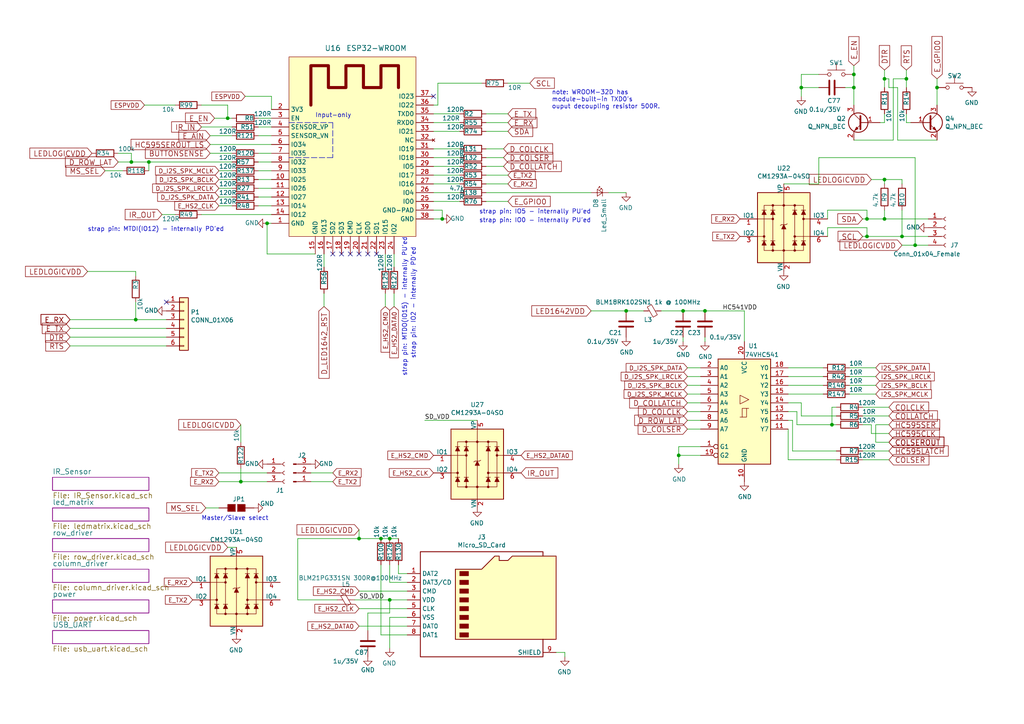
<source format=kicad_sch>
(kicad_sch (version 20200608) (host eeschema "5.99.0-unknown-60915fb~88~ubuntu18.04.1")
  (page 1 10)
  (paper "A4")
  (junction (at 38.1 46.99))
  (junction (at 39.37 92.71))
  (junction (at 43.18 46.99))
  (junction (at 66.04 34.29))
  (junction (at 69.85 139.7))
  (junction (at 77.47 64.77))
  (junction (at 104.14 156.21))
  (junction (at 110.49 156.21))
  (junction (at 113.03 156.21))
  (junction (at 113.03 173.99))
  (junction (at 128.27 63.5))
  (junction (at 181.61 90.17))
  (junction (at 196.85 132.08))
  (junction (at 198.12 90.17))
  (junction (at 204.47 90.17))
  (junction (at 232.41 25.4))
  (junction (at 241.3 123.19))
  (junction (at 247.65 21.59))
  (junction (at 247.65 25.4))
  (junction (at 251.46 63.5))
  (junction (at 251.46 68.58))
  (junction (at 256.54 22.86))
  (junction (at 256.54 52.07))
  (junction (at 256.54 63.5))
  (junction (at 261.62 68.58))
  (junction (at 262.89 22.86))
  (junction (at 265.43 71.12))
  (junction (at 271.78 25.4))
  (no_connect (at 109.22 73.66))
  (no_connect (at 104.14 73.66))
  (no_connect (at 101.6 73.66))
  (no_connect (at 99.06 73.66))
  (no_connect (at 106.68 73.66))
  (no_connect (at 96.52 73.66))
  (no_connect (at 125.73 27.94))
  (no_connect (at 48.26 87.63))
  (wire (pts (xy 20.32 92.71) (xy 39.37 92.71)))
  (wire (pts (xy 20.32 95.25) (xy 48.26 95.25)))
  (wire (pts (xy 20.32 97.79) (xy 48.26 97.79)))
  (wire (pts (xy 20.32 100.33) (xy 48.26 100.33)))
  (wire (pts (xy 25.4 78.74) (xy 39.37 78.74)))
  (wire (pts (xy 34.29 44.45) (xy 38.1 44.45)))
  (wire (pts (xy 34.29 46.99) (xy 38.1 46.99)))
  (wire (pts (xy 35.56 49.53) (xy 30.48 49.53)))
  (wire (pts (xy 38.1 44.45) (xy 38.1 46.99)))
  (wire (pts (xy 38.1 46.99) (xy 43.18 46.99)))
  (wire (pts (xy 39.37 80.01) (xy 39.37 78.74)))
  (wire (pts (xy 39.37 92.71) (xy 39.37 87.63)))
  (wire (pts (xy 39.37 92.71) (xy 48.26 92.71)))
  (wire (pts (xy 41.91 30.48) (xy 50.8 30.48)))
  (wire (pts (xy 43.18 46.99) (xy 67.31 46.99)))
  (wire (pts (xy 43.18 49.53) (xy 43.18 46.99)))
  (wire (pts (xy 50.8 62.23) (xy 46.99 62.23)))
  (wire (pts (xy 58.42 30.48) (xy 66.04 30.48)))
  (wire (pts (xy 58.42 36.83) (xy 67.31 36.83)))
  (wire (pts (xy 58.42 62.23) (xy 78.74 62.23)))
  (wire (pts (xy 59.69 147.32) (xy 63.5 147.32)))
  (wire (pts (xy 60.96 41.91) (xy 78.74 41.91)))
  (wire (pts (xy 66.04 30.48) (xy 66.04 34.29)))
  (wire (pts (xy 66.04 34.29) (xy 62.23 34.29)))
  (wire (pts (xy 66.04 158.75) (xy 68.58 158.75)))
  (wire (pts (xy 67.31 34.29) (xy 66.04 34.29)))
  (wire (pts (xy 67.31 39.37) (xy 60.96 39.37)))
  (wire (pts (xy 67.31 44.45) (xy 60.96 44.45)))
  (wire (pts (xy 67.31 49.53) (xy 63.5 49.53)))
  (wire (pts (xy 67.31 52.07) (xy 63.5 52.07)))
  (wire (pts (xy 67.31 54.61) (xy 63.5 54.61)))
  (wire (pts (xy 67.31 57.15) (xy 63.5 57.15)))
  (wire (pts (xy 67.31 59.69) (xy 63.5 59.69)))
  (wire (pts (xy 69.85 123.19) (xy 69.85 128.27)))
  (wire (pts (xy 69.85 135.89) (xy 69.85 139.7)))
  (wire (pts (xy 69.85 139.7) (xy 63.5 139.7)))
  (wire (pts (xy 69.85 139.7) (xy 77.47 139.7)))
  (wire (pts (xy 71.12 27.94) (xy 78.74 27.94)))
  (wire (pts (xy 74.93 34.29) (xy 78.74 34.29)))
  (wire (pts (xy 74.93 36.83) (xy 78.74 36.83)))
  (wire (pts (xy 74.93 39.37) (xy 78.74 39.37)))
  (wire (pts (xy 74.93 44.45) (xy 78.74 44.45)))
  (wire (pts (xy 74.93 46.99) (xy 78.74 46.99)))
  (wire (pts (xy 74.93 49.53) (xy 78.74 49.53)))
  (wire (pts (xy 74.93 52.07) (xy 78.74 52.07)))
  (wire (pts (xy 74.93 57.15) (xy 78.74 57.15)))
  (wire (pts (xy 74.93 59.69) (xy 78.74 59.69)))
  (wire (pts (xy 77.47 64.77) (xy 77.47 73.66)))
  (wire (pts (xy 77.47 73.66) (xy 91.44 73.66)))
  (wire (pts (xy 77.47 137.16) (xy 63.5 137.16)))
  (wire (pts (xy 78.74 27.94) (xy 78.74 31.75)))
  (wire (pts (xy 78.74 54.61) (xy 74.93 54.61)))
  (wire (pts (xy 78.74 64.77) (xy 77.47 64.77)))
  (wire (pts (xy 86.36 156.21) (xy 86.36 173.99)))
  (wire (pts (xy 86.36 173.99) (xy 97.79 173.99)))
  (wire (pts (xy 93.98 77.47) (xy 93.98 73.66)))
  (wire (pts (xy 93.98 85.09) (xy 93.98 88.9)))
  (wire (pts (xy 96.52 137.16) (xy 90.17 137.16)))
  (wire (pts (xy 96.52 139.7) (xy 90.17 139.7)))
  (wire (pts (xy 102.87 173.99) (xy 113.03 173.99)))
  (wire (pts (xy 104.14 153.67) (xy 104.14 156.21)))
  (wire (pts (xy 104.14 156.21) (xy 86.36 156.21)))
  (wire (pts (xy 104.14 156.21) (xy 110.49 156.21)))
  (wire (pts (xy 104.14 171.45) (xy 118.11 171.45)))
  (wire (pts (xy 104.14 176.53) (xy 118.11 176.53)))
  (wire (pts (xy 104.14 181.61) (xy 118.11 181.61)))
  (wire (pts (xy 106.68 177.8) (xy 113.03 177.8)))
  (wire (pts (xy 106.68 182.88) (xy 106.68 177.8)))
  (wire (pts (xy 110.49 156.21) (xy 113.03 156.21)))
  (wire (pts (xy 110.49 184.15) (xy 110.49 163.83)))
  (wire (pts (xy 111.76 77.47) (xy 111.76 73.66)))
  (wire (pts (xy 111.76 85.09) (xy 111.76 88.9)))
  (wire (pts (xy 113.03 156.21) (xy 115.57 156.21)))
  (wire (pts (xy 113.03 168.91) (xy 113.03 163.83)))
  (wire (pts (xy 113.03 173.99) (xy 118.11 173.99)))
  (wire (pts (xy 113.03 177.8) (xy 113.03 173.99)))
  (wire (pts (xy 113.03 179.07) (xy 118.11 179.07)))
  (wire (pts (xy 113.03 187.96) (xy 113.03 179.07)))
  (wire (pts (xy 114.3 73.66) (xy 114.3 77.47)))
  (wire (pts (xy 114.3 85.09) (xy 114.3 88.9)))
  (wire (pts (xy 115.57 166.37) (xy 115.57 163.83)))
  (wire (pts (xy 115.57 166.37) (xy 118.11 166.37)))
  (wire (pts (xy 118.11 168.91) (xy 113.03 168.91)))
  (wire (pts (xy 118.11 184.15) (xy 110.49 184.15)))
  (wire (pts (xy 123.19 121.92) (xy 138.43 121.92)))
  (wire (pts (xy 125.73 30.48) (xy 127 30.48)))
  (wire (pts (xy 125.73 33.02) (xy 133.35 33.02)))
  (wire (pts (xy 125.73 43.18) (xy 133.35 43.18)))
  (wire (pts (xy 125.73 45.72) (xy 133.35 45.72)))
  (wire (pts (xy 125.73 48.26) (xy 133.35 48.26)))
  (wire (pts (xy 125.73 53.34) (xy 133.35 53.34)))
  (wire (pts (xy 125.73 58.42) (xy 133.35 58.42)))
  (wire (pts (xy 125.73 60.96) (xy 128.27 60.96)))
  (wire (pts (xy 127 24.13) (xy 139.7 24.13)))
  (wire (pts (xy 127 30.48) (xy 127 24.13)))
  (wire (pts (xy 128.27 60.96) (xy 128.27 63.5)))
  (wire (pts (xy 128.27 63.5) (xy 125.73 63.5)))
  (wire (pts (xy 133.35 35.56) (xy 125.73 35.56)))
  (wire (pts (xy 133.35 38.1) (xy 125.73 38.1)))
  (wire (pts (xy 133.35 50.8) (xy 125.73 50.8)))
  (wire (pts (xy 133.35 55.88) (xy 125.73 55.88)))
  (wire (pts (xy 140.97 33.02) (xy 147.32 33.02)))
  (wire (pts (xy 140.97 35.56) (xy 147.32 35.56)))
  (wire (pts (xy 140.97 38.1) (xy 147.32 38.1)))
  (wire (pts (xy 140.97 45.72) (xy 146.05 45.72)))
  (wire (pts (xy 140.97 53.34) (xy 147.32 53.34)))
  (wire (pts (xy 140.97 55.88) (xy 171.45 55.88)))
  (wire (pts (xy 140.97 58.42) (xy 147.32 58.42)))
  (wire (pts (xy 146.05 43.18) (xy 140.97 43.18)))
  (wire (pts (xy 146.05 48.26) (xy 140.97 48.26)))
  (wire (pts (xy 147.32 50.8) (xy 140.97 50.8)))
  (wire (pts (xy 153.67 24.13) (xy 147.32 24.13)))
  (wire (pts (xy 163.83 189.23) (xy 161.29 189.23)))
  (wire (pts (xy 163.83 190.5) (xy 163.83 189.23)))
  (wire (pts (xy 171.45 90.17) (xy 181.61 90.17)))
  (wire (pts (xy 176.53 55.88) (xy 181.61 55.88)))
  (wire (pts (xy 181.61 90.17) (xy 186.69 90.17)))
  (wire (pts (xy 191.77 90.17) (xy 198.12 90.17)))
  (wire (pts (xy 196.85 129.54) (xy 196.85 132.08)))
  (wire (pts (xy 196.85 129.54) (xy 203.2 129.54)))
  (wire (pts (xy 196.85 132.08) (xy 196.85 134.62)))
  (wire (pts (xy 196.85 132.08) (xy 203.2 132.08)))
  (wire (pts (xy 198.12 90.17) (xy 204.47 90.17)))
  (wire (pts (xy 198.12 99.06) (xy 198.12 97.79)))
  (wire (pts (xy 199.39 106.68) (xy 203.2 106.68)))
  (wire (pts (xy 199.39 109.22) (xy 203.2 109.22)))
  (wire (pts (xy 199.39 111.76) (xy 203.2 111.76)))
  (wire (pts (xy 199.39 114.3) (xy 203.2 114.3)))
  (wire (pts (xy 199.39 119.38) (xy 203.2 119.38)))
  (wire (pts (xy 199.39 121.92) (xy 203.2 121.92)))
  (wire (pts (xy 199.39 124.46) (xy 203.2 124.46)))
  (wire (pts (xy 203.2 116.84) (xy 199.39 116.84)))
  (wire (pts (xy 204.47 90.17) (xy 215.9 90.17)))
  (wire (pts (xy 204.47 97.79) (xy 204.47 99.06)))
  (wire (pts (xy 215.9 99.06) (xy 215.9 90.17)))
  (wire (pts (xy 228.6 106.68) (xy 238.76 106.68)))
  (wire (pts (xy 228.6 109.22) (xy 238.76 109.22)))
  (wire (pts (xy 228.6 111.76) (xy 238.76 111.76)))
  (wire (pts (xy 228.6 114.3) (xy 238.76 114.3)))
  (wire (pts (xy 228.6 116.84) (xy 232.41 116.84)))
  (wire (pts (xy 228.6 121.92) (xy 229.87 121.92)))
  (wire (pts (xy 228.6 133.35) (xy 228.6 124.46)))
  (wire (pts (xy 228.6 133.35) (xy 242.57 133.35)))
  (wire (pts (xy 229.87 121.92) (xy 229.87 130.81)))
  (wire (pts (xy 229.87 130.81) (xy 242.57 130.81)))
  (wire (pts (xy 231.14 119.38) (xy 228.6 119.38)))
  (wire (pts (xy 231.14 123.19) (xy 231.14 119.38)))
  (wire (pts (xy 231.14 123.19) (xy 241.3 123.19)))
  (wire (pts (xy 232.41 21.59) (xy 232.41 25.4)))
  (wire (pts (xy 232.41 25.4) (xy 232.41 27.94)))
  (wire (pts (xy 232.41 116.84) (xy 232.41 120.65)))
  (wire (pts (xy 232.41 120.65) (xy 242.57 120.65)))
  (wire (pts (xy 237.49 21.59) (xy 232.41 21.59)))
  (wire (pts (xy 237.49 25.4) (xy 232.41 25.4)))
  (wire (pts (xy 237.49 45.72) (xy 237.49 53.34)))
  (wire (pts (xy 237.49 53.34) (xy 227.33 53.34)))
  (wire (pts (xy 240.03 60.96) (xy 240.03 63.5)))
  (wire (pts (xy 240.03 66.04) (xy 251.46 66.04)))
  (wire (pts (xy 240.03 68.58) (xy 240.03 66.04)))
  (wire (pts (xy 241.3 118.11) (xy 242.57 118.11)))
  (wire (pts (xy 241.3 123.19) (xy 241.3 118.11)))
  (wire (pts (xy 242.57 123.19) (xy 241.3 123.19)))
  (wire (pts (xy 245.11 25.4) (xy 247.65 25.4)))
  (wire (pts (xy 246.38 109.22) (xy 254 109.22)))
  (wire (pts (xy 246.38 114.3) (xy 254 114.3)))
  (wire (pts (xy 247.65 19.05) (xy 247.65 21.59)))
  (wire (pts (xy 247.65 21.59) (xy 247.65 25.4)))
  (wire (pts (xy 247.65 25.4) (xy 247.65 30.48)))
  (wire (pts (xy 247.65 40.64) (xy 259.08 40.64)))
  (wire (pts (xy 250.19 63.5) (xy 251.46 63.5)))
  (wire (pts (xy 250.19 118.11) (xy 257.81 118.11)))
  (wire (pts (xy 250.19 120.65) (xy 257.81 120.65)))
  (wire (pts (xy 250.19 123.19) (xy 252.73 123.19)))
  (wire (pts (xy 250.19 130.81) (xy 257.81 130.81)))
  (wire (pts (xy 250.19 133.35) (xy 257.81 133.35)))
  (wire (pts (xy 251.46 60.96) (xy 240.03 60.96)))
  (wire (pts (xy 251.46 63.5) (xy 251.46 60.96)))
  (wire (pts (xy 251.46 63.5) (xy 256.54 63.5)))
  (wire (pts (xy 251.46 66.04) (xy 251.46 68.58)))
  (wire (pts (xy 251.46 68.58) (xy 250.19 68.58)))
  (wire (pts (xy 252.73 52.07) (xy 256.54 52.07)))
  (wire (pts (xy 252.73 123.19) (xy 252.73 125.73)))
  (wire (pts (xy 252.73 125.73) (xy 257.81 125.73)))
  (wire (pts (xy 254 106.68) (xy 246.38 106.68)))
  (wire (pts (xy 254 111.76) (xy 246.38 111.76)))
  (wire (pts (xy 254 123.19) (xy 254 128.27)))
  (wire (pts (xy 254 123.19) (xy 257.81 123.19)))
  (wire (pts (xy 254 128.27) (xy 257.81 128.27)))
  (wire (pts (xy 256.54 20.32) (xy 256.54 22.86)))
  (wire (pts (xy 256.54 22.86) (xy 256.54 25.4)))
  (wire (pts (xy 256.54 22.86) (xy 257.81 22.86)))
  (wire (pts (xy 256.54 33.02) (xy 256.54 35.56)))
  (wire (pts (xy 256.54 35.56) (xy 255.27 35.56)))
  (wire (pts (xy 256.54 52.07) (xy 256.54 53.34)))
  (wire (pts (xy 256.54 52.07) (xy 261.62 52.07)))
  (wire (pts (xy 256.54 60.96) (xy 256.54 63.5)))
  (wire (pts (xy 257.81 22.86) (xy 257.81 25.4)))
  (wire (pts (xy 257.81 25.4) (xy 260.35 25.4)))
  (wire (pts (xy 259.08 22.86) (xy 262.89 22.86)))
  (wire (pts (xy 259.08 40.64) (xy 259.08 22.86)))
  (wire (pts (xy 260.35 25.4) (xy 260.35 40.64)))
  (wire (pts (xy 260.35 40.64) (xy 271.78 40.64)))
  (wire (pts (xy 261.62 52.07) (xy 261.62 53.34)))
  (wire (pts (xy 261.62 60.96) (xy 261.62 68.58)))
  (wire (pts (xy 261.62 68.58) (xy 251.46 68.58)))
  (wire (pts (xy 262.89 20.32) (xy 262.89 22.86)))
  (wire (pts (xy 262.89 22.86) (xy 262.89 25.4)))
  (wire (pts (xy 262.89 33.02) (xy 262.89 35.56)))
  (wire (pts (xy 262.89 35.56) (xy 264.16 35.56)))
  (wire (pts (xy 265.43 45.72) (xy 237.49 45.72)))
  (wire (pts (xy 265.43 71.12) (xy 261.62 71.12)))
  (wire (pts (xy 265.43 71.12) (xy 265.43 45.72)))
  (wire (pts (xy 269.24 63.5) (xy 256.54 63.5)))
  (wire (pts (xy 269.24 68.58) (xy 261.62 68.58)))
  (wire (pts (xy 269.24 71.12) (xy 265.43 71.12)))
  (wire (pts (xy 271.78 22.86) (xy 271.78 25.4)))
  (wire (pts (xy 271.78 25.4) (xy 271.78 30.48)))
  (polyline (pts (xy 83.82 35.56) (xy 96.52 35.56)) (stroke (width 0) (type dash)))
  (polyline (pts (xy 96.52 35.56) (xy 96.52 45.72)) (stroke (width 0) (type dash)))
  (polyline (pts (xy 96.52 45.72) (xy 83.82 45.72)) (stroke (width 0) (type dash)))
  (text "strap pin: MTDI(IO12) - internally PD'ed" (at 25.4 67.31 0) (effects (font (size 1.27 1.27)) (justify left bottom)))
  (text "Master/Slave select" (at 58.42 151.13 0) (effects (font (size 1.27 1.27)) (justify left bottom)))
  (text "Input-only" (at 91.44 34.29 0) (effects (font (size 1.27 1.27)) (justify left bottom)))
  (text "strap pin: MTDO(IO15) - internally PU'ed" (at 118.11 109.22 90) (effects (font (size 1.27 1.27)) (justify left bottom)))
  (text "strap pin: IO2 - internally PD'ed" (at 120.65 104.14 90) (effects (font (size 1.27 1.27)) (justify left bottom)))
  (text "note: WROOM-32D has \nmodule-built-in TXD0's \nouput decoupling resistor 500R." (at 160.02 31.75 0) (effects (font (size 1.27 1.27)) (justify left bottom)))
  (text "strap pin: IO5 - internally PU'ed" (at 171.45 62.23 180) (effects (font (size 1.27 1.27)) (justify right bottom)))
  (text "strap pin: IO0 - internally PU'ed" (at 171.45 64.77 180) (effects (font (size 1.27 1.27)) (justify right bottom)))
  (label "SD_VDD" (at 104.14 173.99 0))
  (label "SD_VDD" (at 123.19 121.92 0))
  (label "HC541VDD" (at 209.55 90.17 0))
  (global_label "E_RX" (shape input) (at 20.32 92.71 180) (effects (font (size 1.524 1.524))))
  (global_label "E_RX" (shape input) (at 20.32 92.71 180) (effects (font (size 1.524 1.524))))
  (global_label "E_TX" (shape input) (at 20.32 95.25 180) (effects (font (size 1.524 1.524))))
  (global_label "DTR" (shape input) (at 20.32 97.79 180) (effects (font (size 1.524 1.524))))
  (global_label "RTS" (shape input) (at 20.32 100.33 180) (effects (font (size 1.524 1.524))))
  (global_label "LEDLOGICVDD" (shape input) (at 25.4 78.74 180) (effects (font (size 1.524 1.524))))
  (global_label "LEDLOGICVDD" (shape input) (at 26.67 44.45 180) (effects (font (size 1.524 1.524))))
  (global_label "MS_SEL" (shape input) (at 30.48 49.53 180) (effects (font (size 1.524 1.524))))
  (global_label "D_ROW_LAT" (shape input) (at 34.29 46.99 180) (effects (font (size 1.524 1.524))))
  (global_label "ESPVDD" (shape input) (at 41.91 30.48 180))
  (global_label "IR_OUT" (shape input) (at 46.99 62.23 180) (effects (font (size 1.524 1.524))))
  (global_label "E_RX2" (shape input) (at 55.88 168.91 180))
  (global_label "E_TX2" (shape input) (at 55.88 173.99 180))
  (global_label "IR_IN" (shape input) (at 58.42 36.83 180) (effects (font (size 1.524 1.524))))
  (global_label "MS_SEL" (shape input) (at 59.69 147.32 180) (effects (font (size 1.524 1.524))))
  (global_label "E_AIN" (shape input) (at 60.96 39.37 180) (effects (font (size 1.524 1.524))))
  (global_label "HC595SEROUT_LS" (shape input) (at 60.96 41.91 180) (effects (font (size 1.524 1.524))))
  (global_label "BUTTONSENSE" (shape input) (at 60.96 44.45 180) (effects (font (size 1.524 1.524))))
  (global_label "E_EN" (shape input) (at 62.23 34.29 180) (effects (font (size 1.524 1.524))))
  (global_label "D_I2S_SPK_MCLK" (shape input) (at 63.5 49.53 180))
  (global_label "D_I2S_SPK_BCLK" (shape input) (at 63.5 52.07 180))
  (global_label "D_I2S_SPK_LRCLK" (shape input) (at 63.5 54.61 180))
  (global_label "D_I2S_SPK_DATA" (shape input) (at 63.5 57.15 180))
  (global_label "E_HS2_CLK" (shape input) (at 63.5 59.69 180))
  (global_label "E_TX2" (shape input) (at 63.5 137.16 180))
  (global_label "E_RX2" (shape input) (at 63.5 139.7 180))
  (global_label "LEDLOGICVDD" (shape input) (at 66.04 158.75 180) (effects (font (size 1.524 1.524))))
  (global_label "LEDLOGICVDD" (shape input) (at 69.85 123.19 180) (effects (font (size 1.524 1.524))))
  (global_label "ESPVDD" (shape input) (at 71.12 27.94 180))
  (global_label "D_LED1642_RST" (shape input) (at 93.98 88.9 270) (effects (font (size 1.524 1.524))))
  (global_label "E_RX2" (shape input) (at 96.52 137.16 0))
  (global_label "E_TX2" (shape input) (at 96.52 139.7 0))
  (global_label "LEDLOGICVDD" (shape input) (at 104.14 153.67 180) (effects (font (size 1.524 1.524))))
  (global_label "E_HS2_CMD" (shape input) (at 104.14 171.45 180))
  (global_label "E_HS2_CLK" (shape input) (at 104.14 176.53 180))
  (global_label "E_HS2_DATA0" (shape input) (at 104.14 181.61 180))
  (global_label "E_HS2_CMD" (shape input) (at 111.76 88.9 270))
  (global_label "E_HS2_DATA0" (shape input) (at 114.3 88.9 270))
  (global_label "E_HS2_CMD" (shape input) (at 125.73 132.08 180))
  (global_label "E_HS2_CLK" (shape input) (at 125.73 137.16 180))
  (global_label "D_COLCLK" (shape input) (at 146.05 43.18 0) (effects (font (size 1.524 1.524))))
  (global_label "D_COLSER" (shape input) (at 146.05 45.72 0) (effects (font (size 1.524 1.524))))
  (global_label "D_COLLATCH" (shape input) (at 146.05 48.26 0) (effects (font (size 1.524 1.524))))
  (global_label "E_TX" (shape input) (at 147.32 33.02 0) (effects (font (size 1.524 1.524))))
  (global_label "E_RX" (shape input) (at 147.32 35.56 0) (effects (font (size 1.524 1.524))))
  (global_label "SDA" (shape input) (at 147.32 38.1 0) (effects (font (size 1.524 1.524))))
  (global_label "E_TX2" (shape input) (at 147.32 50.8 0))
  (global_label "E_RX2" (shape input) (at 147.32 53.34 0))
  (global_label "E_GPIO0" (shape input) (at 147.32 58.42 0) (effects (font (size 1.524 1.524))))
  (global_label "E_HS2_DATA0" (shape input) (at 151.13 132.08 0))
  (global_label "IR_OUT" (shape input) (at 151.13 137.16 0) (effects (font (size 1.524 1.524))))
  (global_label "SCL" (shape input) (at 153.67 24.13 0) (effects (font (size 1.524 1.524))))
  (global_label "LED1642VDD" (shape input) (at 171.45 90.17 180) (effects (font (size 1.524 1.524))))
  (global_label "D_I2S_SPK_DATA" (shape input) (at 199.39 106.68 180))
  (global_label "D_I2S_SPK_LRCLK" (shape input) (at 199.39 109.22 180))
  (global_label "D_I2S_SPK_BCLK" (shape input) (at 199.39 111.76 180))
  (global_label "D_I2S_SPK_MCLK" (shape input) (at 199.39 114.3 180))
  (global_label "D_COLLATCH" (shape input) (at 199.39 116.84 180) (effects (font (size 1.524 1.524))))
  (global_label "D_COLCLK" (shape input) (at 199.39 119.38 180) (effects (font (size 1.524 1.524))))
  (global_label "D_ROW_LAT" (shape input) (at 199.39 121.92 180) (effects (font (size 1.524 1.524))))
  (global_label "D_COLSER" (shape input) (at 199.39 124.46 180) (effects (font (size 1.524 1.524))))
  (global_label "E_RX2" (shape input) (at 214.63 63.5 180))
  (global_label "E_TX2" (shape input) (at 214.63 68.58 180))
  (global_label "E_EN" (shape input) (at 247.65 19.05 90) (effects (font (size 1.524 1.524))))
  (global_label "SDA" (shape input) (at 250.19 63.5 180) (effects (font (size 1.524 1.524))))
  (global_label "SCL" (shape input) (at 250.19 68.58 180) (effects (font (size 1.524 1.524))))
  (global_label "LEDLOGICVDD" (shape input) (at 252.73 52.07 180) (effects (font (size 1.524 1.524))))
  (global_label "I2S_SPK_DATA" (shape input) (at 254 106.68 0))
  (global_label "I2S_SPK_LRCLK" (shape input) (at 254 109.22 0))
  (global_label "I2S_SPK_BCLK" (shape input) (at 254 111.76 0))
  (global_label "I2S_SPK_MCLK" (shape input) (at 254 114.3 0))
  (global_label "DTR" (shape input) (at 256.54 20.32 90) (effects (font (size 1.524 1.524))))
  (global_label "COLCLK" (shape input) (at 257.81 118.11 0) (effects (font (size 1.524 1.524))))
  (global_label "COLLATCH" (shape input) (at 257.81 120.65 0) (effects (font (size 1.524 1.524))))
  (global_label "HC595SER" (shape input) (at 257.81 123.19 0) (effects (font (size 1.524 1.524))))
  (global_label "HC595CLK" (shape input) (at 257.81 125.73 0) (effects (font (size 1.524 1.524))))
  (global_label "COLSEROUT" (shape input) (at 257.81 128.27 0) (effects (font (size 1.524 1.524))))
  (global_label "COLSEROUT" (shape input) (at 257.81 128.27 0) (effects (font (size 1.524 1.524))))
  (global_label "HC595LATCH" (shape input) (at 257.81 130.81 0) (effects (font (size 1.524 1.524))))
  (global_label "COLSER" (shape input) (at 257.81 133.35 0) (effects (font (size 1.524 1.524))))
  (global_label "LEDLOGICVDD" (shape input) (at 261.62 71.12 180) (effects (font (size 1.524 1.524))))
  (global_label "RTS" (shape input) (at 262.89 20.32 90) (effects (font (size 1.524 1.524))))
  (global_label "E_GPIO0" (shape input) (at 271.78 22.86 90) (effects (font (size 1.524 1.524))))
  (symbol (lib_id "dotmatrix_64x48-rescue:GND-power") (at 48.26 90.17 270) (mirror x) (unit 1)
    (property "Reference" "#PWR0128" (effects hide))
    (property "Value" "GND" (at 43.8658 90.043 90))
  )
  (symbol (lib_id "dotmatrix_64x48-rescue:GND-power") (at 68.58 184.15 0) (mirror y)
    (property "Reference" "#PWR0130" (effects hide))
    (property "Value" "GND" (at 68.453 188.5442 0))
  )
  (symbol (lib_id "dotmatrix_64x48-rescue:GND-power") (at 73.66 147.32 90) (mirror x) (unit 1)
    (property "Reference" "#PWR0116" (effects hide))
    (property "Value" "GND" (at 77.47 146.05 90))
  )
  (symbol (lib_id "dotmatrix_64x48-rescue:GND-power") (at 77.47 64.77 270) (mirror x) (unit 1)
    (property "Reference" "#PWR01" (effects hide))
    (property "Value" "GND" (at 73.0758 64.643 90))
  )
  (symbol (lib_id "dotmatrix_64x48-rescue:GND-power") (at 77.47 134.62 270) (mirror x) (unit 1)
    (property "Reference" "#PWR0118" (effects hide))
    (property "Value" "GND" (at 73.0758 134.493 90))
  )
  (symbol (lib_id "dotmatrix_64x48-rescue:GND-power") (at 90.17 134.62 90) (unit 1)
    (property "Reference" "#PWR0119" (effects hide))
    (property "Value" "GND" (at 94.5642 134.493 90))
  )
  (symbol (lib_id "dotmatrix_64x48-rescue:GND-power") (at 106.68 190.5 0) (mirror y)
    (property "Reference" "#PWR0127" (effects hide))
    (property "Value" "GND" (at 106.68 194.31 0))
  )
  (symbol (lib_id "dotmatrix_64x48-rescue:GND-power") (at 113.03 187.96 0) (mirror y)
    (property "Reference" "#PWR0121" (effects hide))
    (property "Value" "GND" (at 112.903 192.3542 0))
  )
  (symbol (lib_id "dotmatrix_64x48-rescue:GND-power") (at 128.27 63.5 90) (unit 1)
    (property "Reference" "#PWR04" (effects hide))
    (property "Value" "GND" (at 132.6642 63.373 90))
  )
  (symbol (lib_id "dotmatrix_64x48-rescue:GND-power") (at 138.43 147.32 0) (mirror y)
    (property "Reference" "#PWR0129" (effects hide))
    (property "Value" "GND" (at 138.303 151.7142 0))
  )
  (symbol (lib_id "dotmatrix_64x48-rescue:GND-power") (at 163.83 190.5 0) (mirror y)
    (property "Reference" "#PWR0125" (effects hide))
    (property "Value" "GND" (at 163.703 194.8942 0))
  )
  (symbol (lib_id "dotmatrix_64x48-rescue:GND-power") (at 181.61 55.88 0) (mirror y)
    (property "Reference" "#PWR0153" (effects hide))
    (property "Value" "GND" (at 181.483 60.2742 0))
  )
  (symbol (lib_id "dotmatrix_64x48-rescue:GND-power") (at 181.61 97.79 0)
    (property "Reference" "#PWR0124" (effects hide))
    (property "Value" "GND" (at 181.737 102.1842 0))
  )
  (symbol (lib_id "dotmatrix_64x48-rescue:GND-power") (at 196.85 134.62 0)
    (property "Reference" "#PWR0120" (effects hide))
    (property "Value" "GND" (at 196.977 139.0142 0))
  )
  (symbol (lib_id "dotmatrix_64x48-rescue:GND-power") (at 198.12 99.06 0) (mirror y)
    (property "Reference" "#PWR0122" (effects hide))
    (property "Value" "GND" (at 198.12 102.87 0))
  )
  (symbol (lib_id "dotmatrix_64x48-rescue:GND-power") (at 204.47 99.06 0)
    (property "Reference" "#PWR0123" (effects hide))
    (property "Value" "GND" (at 204.597 103.4542 0))
  )
  (symbol (lib_id "dotmatrix_64x48-rescue:GND-power") (at 215.9 139.7 0)
    (property "Reference" "#PWR0117" (effects hide))
    (property "Value" "GND" (at 216.027 144.0942 0))
  )
  (symbol (lib_id "dotmatrix_64x48-rescue:GND-power") (at 227.33 78.74 0) (mirror y)
    (property "Reference" "#PWR0131" (effects hide))
    (property "Value" "GND" (at 227.203 83.1342 0))
  )
  (symbol (lib_id "dotmatrix_64x48-rescue:GND-power") (at 232.41 27.94 0) (mirror y)
    (property "Reference" "#PWR0142" (effects hide))
    (property "Value" "GND" (at 232.283 32.3342 0))
  )
  (symbol (lib_id "dotmatrix_64x48-rescue:GND-power") (at 269.24 66.04 270) (mirror x) (unit 1)
    (property "Reference" "#PWR024" (effects hide))
    (property "Value" "GND" (at 264.8458 65.913 90))
  )
  (symbol (lib_id "dotmatrix_64x48-rescue:GND-power") (at 281.94 25.4 0) (mirror y)
    (property "Reference" "#PWR0141" (effects hide))
    (property "Value" "GND" (at 281.813 29.7942 0))
  )
  (symbol (lib_id "dotmatrix_64x48-rescue:LED_Small-device") (at 173.99 55.88 0) (mirror y)
    (property "Reference" "D8" (at 172.8216 57.6072 90) (effects (justify right)))
    (property "Value" "Led_Small" (at 175.133 57.6072 90) (effects (justify right)))
    (property "Footprint" "components:LED1608_Handsoldering" (effects hide))
  )
  (symbol (lib_id "dotmatrix_64x48-rescue:R-device") (at 30.48 44.45 270) (mirror x)
    (property "Reference" "R34" (at 27.94 44.45 90) (effects (justify left)))
    (property "Value" "100k" (at 34.29 43.18 90) (effects (justify left)))
    (property "Footprint" "Resistor_SMD:R_0603_1608Metric_Pad1.05x0.95mm_HandSolder" (effects hide))
  )
  (symbol (lib_id "dotmatrix_64x48-rescue:R-device") (at 39.37 49.53 270)
    (property "Reference" "R118" (at 36.83 49.53 90) (effects (justify left)))
    (property "Value" "10k" (at 31.75 50.8 90) (effects (justify left)))
    (property "Footprint" "Resistor_SMD:R_0603_1608Metric_Pad1.05x0.95mm_HandSolder" (effects hide))
  )
  (symbol (lib_id "dotmatrix_64x48-rescue:R-device") (at 39.37 83.82 180) (unit 1)
    (property "Reference" "R3" (at 39.37 81.28 90) (effects (justify left)))
    (property "Value" "10k" (at 40.64 86.36 90) (effects (justify left)))
    (property "Footprint" "Resistor_SMD:R_0603_1608Metric_Pad1.05x0.95mm_HandSolder" (effects hide))
  )
  (symbol (lib_id "dotmatrix_64x48-rescue:R-device") (at 54.61 30.48 270)
    (property "Reference" "R99" (at 52.07 30.48 90) (effects (justify left)))
    (property "Value" "10k" (at 46.99 31.75 90) (effects (justify left)))
    (property "Footprint" "Resistor_SMD:R_0603_1608Metric_Pad1.05x0.95mm_HandSolder" (effects hide))
  )
  (symbol (lib_id "dotmatrix_64x48-rescue:R-device") (at 54.61 62.23 270)
    (property "Reference" "R49" (at 52.07 62.23 90) (effects (justify left)))
    (property "Value" "120R" (at 46.99 63.5 90) (effects (justify left)))
    (property "Footprint" "Resistor_SMD:R_0603_1608Metric_Pad1.05x0.95mm_HandSolder" (effects hide))
  )
  (symbol (lib_id "dotmatrix_64x48-rescue:R-device") (at 69.85 132.08 180)
    (property "Reference" "R122" (at 69.85 129.54 90) (effects (justify left)))
    (property "Value" "10k" (at 68.58 124.46 90) (effects (justify left)))
    (property "Footprint" "Resistor_SMD:R_0603_1608Metric_Pad1.05x0.95mm_HandSolder" (effects hide))
  )
  (symbol (lib_id "dotmatrix_64x48-rescue:R-device") (at 71.12 34.29 90)
    (property "Reference" "R8" (at 73.66 34.29 90) (effects (justify left)))
    (property "Value" "120R" (at 78.74 33.02 90) (effects (justify left)))
    (property "Footprint" "Resistor_SMD:R_0603_1608Metric_Pad1.05x0.95mm_HandSolder" (effects hide))
  )
  (symbol (lib_id "dotmatrix_64x48-rescue:R-device") (at 71.12 36.83 90)
    (property "Reference" "R51" (at 73.66 36.83 90) (effects (justify left)))
    (property "Value" "120R" (at 78.74 35.56 90) (effects (justify left)))
    (property "Footprint" "Resistor_SMD:R_0603_1608Metric_Pad1.05x0.95mm_HandSolder" (effects hide))
  )
  (symbol (lib_id "dotmatrix_64x48-rescue:R-device") (at 71.12 39.37 90) (mirror x)
    (property "Reference" "R121" (at 73.66 39.37 90) (effects (justify left)))
    (property "Value" "120R" (at 68.58 38.1 90) (effects (justify left)))
    (property "Footprint" "Resistor_SMD:R_0603_1608Metric_Pad1.05x0.95mm_HandSolder" (effects hide))
  )
  (symbol (lib_id "dotmatrix_64x48-rescue:R-device") (at 71.12 44.45 270) (mirror x)
    (property "Reference" "R120" (at 68.58 44.45 90) (effects (justify left)))
    (property "Value" "120R" (at 63.5 43.18 90) (effects (justify left)))
    (property "Footprint" "Resistor_SMD:R_0603_1608Metric_Pad1.05x0.95mm_HandSolder" (effects hide))
  )
  (symbol (lib_id "dotmatrix_64x48-rescue:R-device") (at 71.12 46.99 90) (mirror x)
    (property "Reference" "R57" (at 72.39 46.99 90) (effects (justify left)))
    (property "Value" "120R" (at 68.58 45.72 90) (effects (justify left)))
    (property "Footprint" "Resistor_SMD:R_0603_1608Metric_Pad1.05x0.95mm_HandSolder" (effects hide))
  )
  (symbol (lib_id "dotmatrix_64x48-rescue:R-device") (at 71.12 49.53 270) (mirror x)
    (property "Reference" "R137" (at 68.58 49.53 90) (effects (justify left)))
    (property "Value" "120R" (at 63.5 48.26 90) (effects (justify left)))
    (property "Footprint" "Resistor_SMD:R_0603_1608Metric_Pad1.05x0.95mm_HandSolder" (effects hide))
  )
  (symbol (lib_id "dotmatrix_64x48-rescue:R-device") (at 71.12 52.07 270) (mirror x)
    (property "Reference" "R13" (at 68.58 52.07 90) (effects (justify left)))
    (property "Value" "120R" (at 63.5 50.8 90) (effects (justify left)))
    (property "Footprint" "Resistor_SMD:R_0603_1608Metric_Pad1.05x0.95mm_HandSolder" (effects hide))
  )
  (symbol (lib_id "dotmatrix_64x48-rescue:R-device") (at 71.12 54.61 270) (mirror x)
    (property "Reference" "R27" (at 68.58 54.61 90) (effects (justify left)))
    (property "Value" "120R" (at 63.5 53.34 90) (effects (justify left)))
    (property "Footprint" "Resistor_SMD:R_0603_1608Metric_Pad1.05x0.95mm_HandSolder" (effects hide))
  )
  (symbol (lib_id "dotmatrix_64x48-rescue:R-device") (at 71.12 57.15 270) (mirror x)
    (property "Reference" "R41" (at 68.58 57.15 90) (effects (justify left)))
    (property "Value" "120R" (at 63.5 55.88 90) (effects (justify left)))
    (property "Footprint" "Resistor_SMD:R_0603_1608Metric_Pad1.05x0.95mm_HandSolder" (effects hide))
  )
  (symbol (lib_id "dotmatrix_64x48-rescue:R-device") (at 71.12 59.69 270) (mirror x)
    (property "Reference" "R48" (at 68.58 59.69 90) (effects (justify left)))
    (property "Value" "120R" (at 63.5 58.42 90) (effects (justify left)))
    (property "Footprint" "Resistor_SMD:R_0603_1608Metric_Pad1.05x0.95mm_HandSolder" (effects hide))
  )
  (symbol (lib_id "dotmatrix_64x48-rescue:R-device") (at 93.98 81.28 180)
    (property "Reference" "R56" (at 93.98 78.74 90) (effects (justify left)))
    (property "Value" "120R" (at 92.71 73.66 90) (effects (justify left)))
    (property "Footprint" "Resistor_SMD:R_0603_1608Metric_Pad1.05x0.95mm_HandSolder" (effects hide))
  )
  (symbol (lib_id "dotmatrix_64x48-rescue:R-device") (at 110.49 160.02 180)
    (property "Reference" "R100" (at 110.49 157.48 90) (effects (justify left)))
    (property "Value" "10k" (at 109.22 152.4 90) (effects (justify left)))
    (property "Footprint" "Resistor_SMD:R_0603_1608Metric_Pad1.05x0.95mm_HandSolder" (effects hide))
  )
  (symbol (lib_id "dotmatrix_64x48-rescue:R-device") (at 111.76 81.28 180)
    (property "Reference" "R125" (at 111.76 78.74 90) (effects (justify left)))
    (property "Value" "120R" (at 110.49 73.66 90) (effects (justify left)))
    (property "Footprint" "Resistor_SMD:R_0603_1608Metric_Pad1.05x0.95mm_HandSolder" (effects hide))
  )
  (symbol (lib_id "dotmatrix_64x48-rescue:R-device") (at 113.03 160.02 180)
    (property "Reference" "R126" (at 113.03 157.48 90) (effects (justify left)))
    (property "Value" "10k" (at 111.76 152.4 90) (effects (justify left)))
    (property "Footprint" "Resistor_SMD:R_0603_1608Metric_Pad1.05x0.95mm_HandSolder" (effects hide))
  )
  (symbol (lib_id "dotmatrix_64x48-rescue:R-device") (at 114.3 81.28 180)
    (property "Reference" "R127" (at 114.3 78.74 90) (effects (justify left)))
    (property "Value" "120R" (at 113.03 73.66 90) (effects (justify left)))
    (property "Footprint" "Resistor_SMD:R_0603_1608Metric_Pad1.05x0.95mm_HandSolder" (effects hide))
  )
  (symbol (lib_id "dotmatrix_64x48-rescue:R-device") (at 115.57 160.02 180)
    (property "Reference" "R130" (at 115.57 157.48 90) (effects (justify left)))
    (property "Value" "10k" (at 114.3 152.4 90) (effects (justify left)))
    (property "Footprint" "Resistor_SMD:R_0603_1608Metric_Pad1.05x0.95mm_HandSolder" (effects hide))
  )
  (symbol (lib_id "dotmatrix_64x48-rescue:R-device") (at 137.16 33.02 270) (mirror x)
    (property "Reference" "R2" (at 134.62 33.02 90) (effects (justify left)))
    (property "Value" "120R" (at 129.54 31.75 90) (effects (justify left)))
    (property "Footprint" "Resistor_SMD:R_0603_1608Metric_Pad1.05x0.95mm_HandSolder" (effects hide))
  )
  (symbol (lib_id "dotmatrix_64x48-rescue:R-device") (at 137.16 35.56 270) (mirror x)
    (property "Reference" "R55" (at 134.62 35.56 90) (effects (justify left)))
    (property "Value" "120R" (at 128.27 34.29 90) (effects (justify left)))
    (property "Footprint" "Resistor_SMD:R_0603_1608Metric_Pad1.05x0.95mm_HandSolder" (effects hide))
  )
  (symbol (lib_id "dotmatrix_64x48-rescue:R-device") (at 137.16 38.1 270) (mirror x)
    (property "Reference" "R74" (at 134.62 38.1 90) (effects (justify left)))
    (property "Value" "120R" (at 129.54 36.83 90) (effects (justify left)))
    (property "Footprint" "Resistor_SMD:R_0603_1608Metric_Pad1.05x0.95mm_HandSolder" (effects hide))
  )
  (symbol (lib_id "dotmatrix_64x48-rescue:R-device") (at 137.16 43.18 90)
    (property "Reference" "R131" (at 138.43 43.18 90) (effects (justify left)))
    (property "Value" "120R" (at 134.62 41.91 90) (effects (justify left)))
    (property "Footprint" "Resistor_SMD:R_0603_1608Metric_Pad1.05x0.95mm_HandSolder" (effects hide))
  )
  (symbol (lib_id "dotmatrix_64x48-rescue:R-device") (at 137.16 45.72 90)
    (property "Reference" "R132" (at 138.43 45.72 90) (effects (justify left)))
    (property "Value" "120R" (at 134.62 44.45 90) (effects (justify left)))
    (property "Footprint" "Resistor_SMD:R_0603_1608Metric_Pad1.05x0.95mm_HandSolder" (effects hide))
  )
  (symbol (lib_id "dotmatrix_64x48-rescue:R-device") (at 137.16 48.26 270)
    (property "Reference" "R52" (at 134.62 48.26 90) (effects (justify left)))
    (property "Value" "120R" (at 129.54 46.99 90) (effects (justify left)))
    (property "Footprint" "Resistor_SMD:R_0603_1608Metric_Pad1.05x0.95mm_HandSolder" (effects hide))
  )
  (symbol (lib_id "dotmatrix_64x48-rescue:R-device") (at 137.16 50.8 90)
    (property "Reference" "R53" (at 138.43 50.8 90) (effects (justify left)))
    (property "Value" "120R" (at 134.62 49.53 90) (effects (justify left)))
    (property "Footprint" "Resistor_SMD:R_0603_1608Metric_Pad1.05x0.95mm_HandSolder" (effects hide))
  )
  (symbol (lib_id "dotmatrix_64x48-rescue:R-device") (at 137.16 53.34 90)
    (property "Reference" "R54" (at 138.43 53.34 90) (effects (justify left)))
    (property "Value" "120R" (at 134.62 52.07 90) (effects (justify left)))
    (property "Footprint" "Resistor_SMD:R_0603_1608Metric_Pad1.05x0.95mm_HandSolder" (effects hide))
  )
  (symbol (lib_id "dotmatrix_64x48-rescue:R-device") (at 137.16 55.88 90)
    (property "Reference" "R138" (at 138.43 55.88 90) (effects (justify left)))
    (property "Value" "4.7k" (at 134.62 54.61 90) (effects (justify left)))
    (property "Footprint" "Resistor_SMD:R_0603_1608Metric_Pad1.05x0.95mm_HandSolder" (effects hide))
  )
  (symbol (lib_id "dotmatrix_64x48-rescue:R-device") (at 137.16 58.42 270) (mirror x)
    (property "Reference" "R76" (at 134.62 58.42 90) (effects (justify left)))
    (property "Value" "120R" (at 129.54 57.15 90) (effects (justify left)))
    (property "Footprint" "Resistor_SMD:R_0603_1608Metric_Pad1.05x0.95mm_HandSolder" (effects hide))
  )
  (symbol (lib_id "dotmatrix_64x48-rescue:R-device") (at 143.51 24.13 270) (mirror x)
    (property "Reference" "R75" (at 140.97 24.13 90) (effects (justify left)))
    (property "Value" "10R" (at 147.32 25.4 90) (effects (justify left)))
    (property "Footprint" "Resistor_SMD:R_0603_1608Metric_Pad1.05x0.95mm_HandSolder" (effects hide))
  )
  (symbol (lib_id "dotmatrix_64x48-rescue:R-device") (at 242.57 106.68 90)
    (property "Reference" "R12" (at 245.11 106.68 90) (effects (justify left)))
    (property "Value" "10R" (at 250.19 105.41 90) (effects (justify left)))
    (property "Footprint" "Resistor_SMD:R_0603_1608Metric_Pad1.05x0.95mm_HandSolder" (effects hide))
  )
  (symbol (lib_id "dotmatrix_64x48-rescue:R-device") (at 242.57 109.22 90)
    (property "Reference" "R42" (at 245.11 109.22 90) (effects (justify left)))
    (property "Value" "10R" (at 250.19 107.95 90) (effects (justify left)))
    (property "Footprint" "Resistor_SMD:R_0603_1608Metric_Pad1.05x0.95mm_HandSolder" (effects hide))
  )
  (symbol (lib_id "dotmatrix_64x48-rescue:R-device") (at 242.57 111.76 90)
    (property "Reference" "R146" (at 245.11 111.76 90) (effects (justify left)))
    (property "Value" "10R" (at 250.19 110.49 90) (effects (justify left)))
    (property "Footprint" "Resistor_SMD:R_0603_1608Metric_Pad1.05x0.95mm_HandSolder" (effects hide))
  )
  (symbol (lib_id "dotmatrix_64x48-rescue:R-device") (at 242.57 114.3 90)
    (property "Reference" "R147" (at 245.11 114.3 90) (effects (justify left)))
    (property "Value" "10R" (at 250.19 113.03 90) (effects (justify left)))
    (property "Footprint" "Resistor_SMD:R_0603_1608Metric_Pad1.05x0.95mm_HandSolder" (effects hide))
  )
  (symbol (lib_id "dotmatrix_64x48-rescue:R-device") (at 246.38 118.11 90)
    (property "Reference" "R4" (at 248.92 118.11 90) (effects (justify left)))
    (property "Value" "120R" (at 254 116.84 90) (effects (justify left)))
    (property "Footprint" "Resistor_SMD:R_0603_1608Metric_Pad1.05x0.95mm_HandSolder" (effects hide))
  )
  (symbol (lib_id "dotmatrix_64x48-rescue:R-device") (at 246.38 120.65 90)
    (property "Reference" "R5" (at 248.92 120.65 90) (effects (justify left)))
    (property "Value" "10R" (at 254 119.38 90) (effects (justify left)))
    (property "Footprint" "Resistor_SMD:R_0603_1608Metric_Pad1.05x0.95mm_HandSolder" (effects hide))
  )
  (symbol (lib_id "dotmatrix_64x48-rescue:R-device") (at 246.38 123.19 90)
    (property "Reference" "R6" (at 248.92 123.19 90) (effects (justify left)))
    (property "Value" "120R" (at 254 121.92 90) (effects (justify left)))
    (property "Footprint" "Resistor_SMD:R_0603_1608Metric_Pad1.05x0.95mm_HandSolder" (effects hide))
  )
  (symbol (lib_id "dotmatrix_64x48-rescue:R-device") (at 246.38 130.81 90)
    (property "Reference" "R7" (at 248.92 130.81 90) (effects (justify left)))
    (property "Value" "120R" (at 254 129.54 90) (effects (justify left)))
    (property "Footprint" "Resistor_SMD:R_0603_1608Metric_Pad1.05x0.95mm_HandSolder" (effects hide))
  )
  (symbol (lib_id "dotmatrix_64x48-rescue:R-device") (at 246.38 133.35 90)
    (property "Reference" "R15" (at 248.92 133.35 90) (effects (justify left)))
    (property "Value" "120R" (at 254 132.08 90) (effects (justify left)))
    (property "Footprint" "Resistor_SMD:R_0603_1608Metric_Pad1.05x0.95mm_HandSolder" (effects hide))
  )
  (symbol (lib_id "dotmatrix_64x48-rescue:R-device") (at 256.54 29.21 180) (unit 1)
    (property "Reference" "R11" (at 256.54 26.67 90) (effects (justify left)))
    (property "Value" "10k" (at 257.81 31.75 90) (effects (justify left)))
    (property "Footprint" "Resistor_SMD:R_0603_1608Metric_Pad1.05x0.95mm_HandSolder" (effects hide))
  )
  (symbol (lib_id "dotmatrix_64x48-rescue:R-device") (at 256.54 57.15 180) (unit 1)
    (property "Reference" "R9" (at 256.54 55.88 90) (effects (justify left)))
    (property "Value" "4.7k" (at 254 55.88 90) (effects (justify left)))
    (property "Footprint" "Resistor_SMD:R_0603_1608Metric_Pad1.05x0.95mm_HandSolder" (effects hide))
  )
  (symbol (lib_id "dotmatrix_64x48-rescue:R-device") (at 261.62 57.15 180) (unit 1)
    (property "Reference" "R10" (at 261.62 55.88 90) (effects (justify left)))
    (property "Value" "4.7k" (at 259.08 55.88 90) (effects (justify left)))
    (property "Footprint" "Resistor_SMD:R_0603_1608Metric_Pad1.05x0.95mm_HandSolder" (effects hide))
  )
  (symbol (lib_id "dotmatrix_64x48-rescue:R-device") (at 262.89 29.21 0) (mirror x) (unit 1)
    (property "Reference" "R14" (at 262.89 26.67 90) (effects (justify left)))
    (property "Value" "10k" (at 261.62 31.75 90) (effects (justify left)))
    (property "Footprint" "Resistor_SMD:R_0603_1608Metric_Pad1.05x0.95mm_HandSolder" (effects hide))
  )
  (symbol (lib_id "dotmatrix_64x48-rescue:Ferrite_Bead_Small-device") (at 100.33 173.99 90) (mirror x)
    (property "Reference" "L5" (at 100.33 169.4688 90))
    (property "Value" "BLM21PG331SN 300R@100MHz" (at 101.6 167.64 90))
    (property "Footprint" "Capacitors_SMD:C_0805_HandSoldering" (effects hide))
  )
  (symbol (lib_id "dotmatrix_64x48-rescue:Ferrite_Bead_Small-device") (at 189.23 90.17 90) (mirror x)
    (property "Reference" "L3" (at 187.96 92.71 90))
    (property "Value" "BLM18RK102SN1 1k @ 100MHz" (at 187.96 87.63 90))
    (property "Footprint" "Resistors_SMD:R_0603_HandSoldering" (effects hide))
  )
  (symbol (lib_id "dotmatrix_64x48-rescue:GS2-Connector") (at 68.58 147.32 90)
    (property "Reference" "JP1" (at 71.12 144.78 90) (effects (justify left)))
    (property "Value" "0" (effects hide))
    (property "Footprint" "components:SolderJumper_S" (effects hide))
  )
  (symbol (lib_id "dotmatrix_64x48-rescue:C-device") (at 106.68 186.69 0)
    (property "Reference" "C87" (at 102.87 189.23 0) (effects (justify left)))
    (property "Value" "1u/35V" (at 96.52 191.77 0) (effects (justify left)))
    (property "Footprint" "Capacitor_SMD:C_0603_1608Metric_Pad1.05x0.95mm_HandSolder" (effects hide))
  )
  (symbol (lib_id "dotmatrix_64x48-rescue:C-device") (at 181.61 93.98 0)
    (property "Reference" "C21" (at 176.53 96.52 0) (effects (justify left)))
    (property "Value" "0.1u/35V" (at 170.18 99.06 0) (effects (justify left)))
    (property "Footprint" "Capacitor_SMD:C_0603_1608Metric_Pad1.05x0.95mm_HandSolder" (effects hide))
  )
  (symbol (lib_id "dotmatrix_64x48-rescue:C-device") (at 198.12 93.98 0)
    (property "Reference" "C22" (at 194.31 96.52 0) (effects (justify left)))
    (property "Value" "1u/35V" (at 189.23 99.06 0) (effects (justify left)))
    (property "Footprint" "Capacitor_SMD:C_0603_1608Metric_Pad1.05x0.95mm_HandSolder" (effects hide))
  )
  (symbol (lib_id "dotmatrix_64x48-rescue:C-device") (at 204.47 93.98 0)
    (property "Reference" "C23" (at 199.39 96.52 0) (effects (justify left)))
    (property "Value" "0.1u/35V" (at 205.74 97.79 0) (effects (justify left)))
    (property "Footprint" "Capacitor_SMD:C_0603_1608Metric_Pad1.05x0.95mm_HandSolder" (effects hide))
  )
  (symbol (lib_id "dotmatrix_64x48-rescue:C-device") (at 241.3 25.4 90)
    (property "Reference" "C77" (at 243.84 29.21 90) (effects (justify left)))
    (property "Value" "0.1u/35V" (at 243.84 31.75 90) (effects (justify left)))
    (property "Footprint" "Capacitor_SMD:C_0603_1608Metric_Pad1.05x0.95mm_HandSolder" (effects hide))
  )
  (symbol (lib_id "dotmatrix_64x48-rescue:Conn_01x03_Male-Connector") (at 85.09 137.16 0) (mirror x) (unit 1)
    (property "Reference" "J2" (at 86.36 132.08 0) (effects (justify left)))
    (property "Value" "Conn_01x03_Male" (effects hide))
    (property "Footprint" "Pin_Headers:Pin_Header_Angled_1x03_Pitch2.54mm" (effects hide))
  )
  (symbol (lib_id "dotmatrix_64x48-rescue:SW_Push-Switch") (at 242.57 21.59 0) (mirror y)
    (property "Reference" "SW1" (at 242.57 18.1864 0))
    (property "Value" "SW_PUSH_SMALL_H" (effects hide))
    (property "Footprint" "components:TACT_SW_SMD_Panasonic-EVPAWBD2A" (effects hide))
  )
  (symbol (lib_id "dotmatrix_64x48-rescue:SW_Push-Switch") (at 276.86 25.4 0) (mirror y)
    (property "Reference" "SW2" (at 276.86 21.9964 0))
    (property "Value" "SW_PUSH_SMALL_H" (effects hide))
    (property "Footprint" "components:TACT_SW_SMD_Panasonic-EVPAWBD2A" (effects hide))
  )
  (symbol (lib_id "dotmatrix_64x48-rescue:Conn_01x03_Female-Connector") (at 82.55 137.16 0) (unit 1)
    (property "Reference" "J1" (at 80.01 142.24 0) (effects (justify left)))
    (property "Value" "Conn_01x03_Female" (effects hide))
    (property "Footprint" "Pin_Headers:Pin_Header_Angled_1x03_Pitch2.54mm" (effects hide))
  )
  (symbol (lib_id "dotmatrix_64x48-rescue:Conn_01x04_Female-Connector") (at 274.32 66.04 0) (unit 1)
    (property "Reference" "J7" (at 275.59 71.12 0) (effects (justify left)))
    (property "Value" "Conn_01x04_Female" (at 259.08 73.66 0) (effects (justify left)))
    (property "Footprint" "Pin_Headers:Pin_Header_Straight_1x04_Pitch2.54mm" (effects hide))
  )
  (symbol (lib_id "dotmatrix_64x48-rescue:Q_NPN_BEC-device") (at 250.19 35.56 0) (mirror y) (unit 1)
    (property "Reference" "Q2" (at 245.364 34.3916 0) (effects (justify left)))
    (property "Value" "Q_NPN_BEC" (at 245.364 36.703 0) (effects (justify left)))
    (property "Footprint" "Package_TO_SOT_SMD:SOT-23_Handsoldering" (effects hide))
  )
  (symbol (lib_id "dotmatrix_64x48-rescue:Q_NPN_BEC-device") (at 269.24 35.56 0) (unit 1)
    (property "Reference" "Q4" (at 274.0914 34.3916 0) (effects (justify left)))
    (property "Value" "Q_NPN_BEC" (at 274.0914 36.703 0) (effects (justify left)))
    (property "Footprint" "Package_TO_SOT_SMD:SOT-23_Handsoldering" (effects hide))
  )
  (symbol (lib_id "dotmatrix_64x48-rescue:Conn_01x06-Connector") (at 53.34 92.71 0)
    (property "Reference" "P1" (at 55.2958 90.5256 0) (effects (justify left)))
    (property "Value" "CONN_01X06" (at 55.2958 92.837 0) (effects (justify left)))
    (property "Footprint" "Pin_Headers:Pin_Header_Straight_1x06_Pitch2.54mm" (effects hide))
  )
  (symbol (lib_id "dotmatrix_64x48-rescue:SRV05-4-ESD_Protection") (at 68.58 171.45 0)
    (property "Reference" "U21" (at 68.58 154.2288 0))
    (property "Value" "CM1293A-04SO" (at 68.58 156.5402 0))
    (property "Footprint" "components:SOT-23-6_Handsoldering_mod" (effects hide))
    (property "Datasheet" "http://www.onsemi.com/pub/Collateral/SRV05-4-D.PDF" (effects hide))
  )
  (symbol (lib_id "dotmatrix_64x48-rescue:SRV05-4-ESD_Protection") (at 138.43 134.62 0)
    (property "Reference" "U27" (at 138.43 117.3988 0))
    (property "Value" "CM1293A-04SO" (at 138.43 119.7102 0))
    (property "Footprint" "components:SOT-23-6_Handsoldering_mod" (effects hide))
    (property "Datasheet" "http://www.onsemi.com/pub/Collateral/SRV05-4-D.PDF" (effects hide))
  )
  (symbol (lib_id "dotmatrix_64x48-rescue:SRV05-4-ESD_Protection") (at 227.33 66.04 0)
    (property "Reference" "U22" (at 227.33 48.8188 0))
    (property "Value" "CM1293A-04SO" (at 227.33 51.1302 0))
    (property "Footprint" "components:SOT-23-6_Handsoldering_mod" (effects hide))
    (property "Datasheet" "http://www.onsemi.com/pub/Collateral/SRV05-4-D.PDF" (effects hide))
  )
  (symbol (lib_id "dotmatrix_64x48-rescue:74LS541-Logic_74xx") (at 215.9 119.38 0)
    (property "Reference" "U1" (at 218.44 100.33 0))
    (property "Value" "74VHC541" (at 220.98 102.87 0))
    (property "Footprint" "components:SOIC-20-0.65mm-w8.0mm" (effects hide))
  )
  (symbol (lib_id "dotmatrix_64x48-rescue:Micro_SD_Card-Connector") (at 140.97 173.99 0) (unit 1)
    (property "Reference" "J3" (at 139.7 155.7782 0))
    (property "Value" "Micro_SD_Card" (at 139.7 158.0896 0))
    (property "Footprint" "components:microSD_Push_Push_SMD" (effects hide))
    (property "Datasheet" "http://katalog.we-online.de/em/datasheet/693072010801.pdf" (effects hide))
  )
  (symbol (lib_id "DeeComponents:ESP32-WROOM") (at 102.87 46.99 0) (unit 1)
    (property "Reference" "U16" (at 96.52 13.97 0) (effects (font (size 1.524 1.524))))
    (property "Value" "ESP32-WROOM" (at 109.22 13.97 0) (effects (font (size 1.524 1.524))))
    (property "Footprint" "components:ESP32-WROOM-D" (effects hide))
  )
  (sheet (at 15.24 138.43) (size 27.94 3.81) (stroke (width 0) (color 132 0 132 1)) (fill (color 255 255 255 0.0000))
    (property "Sheet name" "IR_Sensor" (at 15.24 137.6675 0) (effects (font (size 1.524 1.524)) (justify left bottom)))
    (property "Sheet file" "IR_Sensor.kicad_sch" (at 15.24 142.8501 0) (effects (font (size 1.524 1.524)) (justify left top)))
  )
  (sheet (at 15.24 182.88) (size 27.94 3.81) (stroke (width 0) (color 132 0 132 1)) (fill (color 255 255 255 0.0000))
    (property "Sheet name" "USB_UART" (at 15.24 182.1175 0) (effects (font (size 1.524 1.524)) (justify left bottom)))
    (property "Sheet file" "usb_uart.kicad_sch" (at 15.24 187.3001 0) (effects (font (size 1.524 1.524)) (justify left top)))
  )
  (sheet (at 15.24 165.1) (size 27.94 3.81) (stroke (width 0) (color 132 0 132 1)) (fill (color 255 255 255 0.0000))
    (property "Sheet name" "column_driver" (at 15.24 164.3375 0) (effects (font (size 1.524 1.524)) (justify left bottom)))
    (property "Sheet file" "column_driver.kicad_sch" (at 15.24 169.5201 0) (effects (font (size 1.524 1.524)) (justify left top)))
  )
  (sheet (at 15.24 147.32) (size 27.94 3.81) (stroke (width 0) (color 132 0 132 1)) (fill (color 255 255 255 0.0000))
    (property "Sheet name" "led_matrix" (at 15.24 146.5575 0) (effects (font (size 1.524 1.524)) (justify left bottom)))
    (property "Sheet file" "ledmatrix.kicad_sch" (at 15.24 151.7401 0) (effects (font (size 1.524 1.524)) (justify left top)))
  )
  (sheet (at 15.24 173.99) (size 27.94 3.81) (stroke (width 0) (color 132 0 132 1)) (fill (color 255 255 255 0.0000))
    (property "Sheet name" "power" (at 15.24 173.2275 0) (effects (font (size 1.524 1.524)) (justify left bottom)))
    (property "Sheet file" "power.kicad_sch" (at 15.24 178.4101 0) (effects (font (size 1.524 1.524)) (justify left top)))
  )
  (sheet (at 15.24 156.21) (size 27.94 3.81) (stroke (width 0) (color 132 0 132 1)) (fill (color 255 255 255 0.0000))
    (property "Sheet name" "row_driver" (at 15.24 155.4475 0) (effects (font (size 1.524 1.524)) (justify left bottom)))
    (property "Sheet file" "row_driver.kicad_sch" (at 15.24 160.6301 0) (effects (font (size 1.524 1.524)) (justify left top)))
  )
)
</source>
